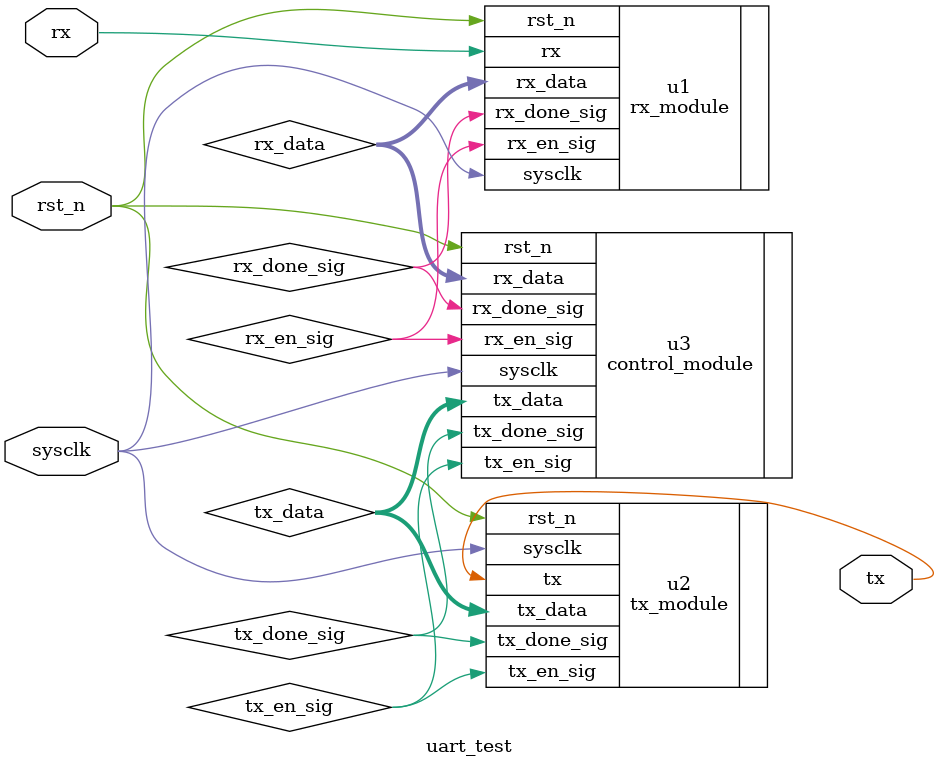
<source format=v>
`timescale 1ns / 1ps
module uart_test(
    sysclk,
    rst_n,
    rx,
    tx
    );
    
    input sysclk;
    input rst_n;
    input rx;
    output tx;
    
    wire rx_en_sig;
    wire rx_done_sig;
    wire tx_en_sig;
    wire tx_done_sig;
    
    wire [7:0]rx_data;
    wire [7:0]tx_data;
    
    
    rx_module u1(
        .sysclk(sysclk),
        .rst_n(rst_n),
        .rx(rx),
        .rx_en_sig(rx_en_sig),
        .rx_data(rx_data),
        .rx_done_sig(rx_done_sig)
    );
    
    tx_module u2(
        .sysclk(sysclk),
        .rst_n(rst_n),
        .tx(tx),
        .tx_en_sig(tx_en_sig),
        .tx_data(tx_data),
        .tx_done_sig(tx_done_sig)
    );
    
    control_module u3(
        .sysclk(sysclk),
        .rst_n(rst_n),
        .rx_done_sig(rx_done_sig),
        .tx_done_sig(tx_done_sig),
        .rx_en_sig(rx_en_sig),
        .tx_en_sig(tx_en_sig),
        .rx_data(rx_data),
        .tx_data(tx_data)
    );


endmodule

</source>
